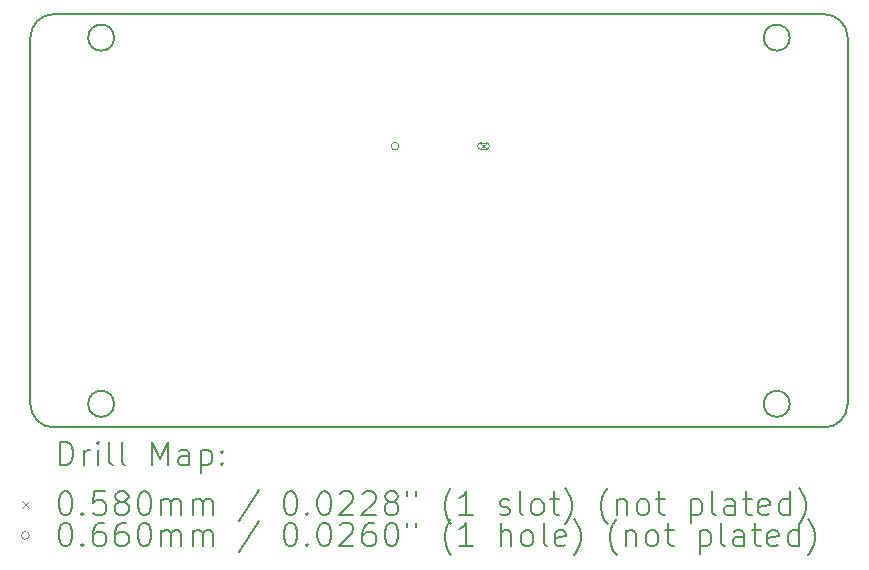
<source format=gbr>
%TF.GenerationSoftware,KiCad,Pcbnew,7.0.11*%
%TF.CreationDate,2025-01-20T01:44:00+09:00*%
%TF.ProjectId,Relay,52656c61-792e-46b6-9963-61645f706362,rev?*%
%TF.SameCoordinates,Original*%
%TF.FileFunction,Drillmap*%
%TF.FilePolarity,Positive*%
%FSLAX45Y45*%
G04 Gerber Fmt 4.5, Leading zero omitted, Abs format (unit mm)*
G04 Created by KiCad (PCBNEW 7.0.11) date 2025-01-20 01:44:00*
%MOMM*%
%LPD*%
G01*
G04 APERTURE LIST*
%ADD10C,0.200000*%
%ADD11C,0.100000*%
G04 APERTURE END LIST*
D10*
X11776701Y-7337700D02*
X11776701Y-10437700D01*
X18696499Y-10437700D02*
X18696499Y-7337700D01*
X11776700Y-10437700D02*
G75*
G03*
X11976701Y-10637700I200000J0D01*
G01*
X18496499Y-7137700D02*
X11976701Y-7137700D01*
X12486701Y-10437700D02*
G75*
G03*
X12266701Y-10437700I-110000J0D01*
G01*
X12266701Y-10437700D02*
G75*
G03*
X12486701Y-10437700I110000J0D01*
G01*
X18496499Y-10637699D02*
G75*
G03*
X18696499Y-10437700I1J199999D01*
G01*
X18206499Y-7337700D02*
G75*
G03*
X17986499Y-7337700I-110000J0D01*
G01*
X17986499Y-7337700D02*
G75*
G03*
X18206499Y-7337700I110000J0D01*
G01*
X12486701Y-7337700D02*
G75*
G03*
X12266701Y-7337700I-110000J0D01*
G01*
X12266701Y-7337700D02*
G75*
G03*
X12486701Y-7337700I110000J0D01*
G01*
X18206499Y-10437700D02*
G75*
G03*
X17986499Y-10437700I-110000J0D01*
G01*
X17986499Y-10437700D02*
G75*
G03*
X18206499Y-10437700I110000J0D01*
G01*
X11976701Y-10637700D02*
X18496499Y-10637700D01*
X18696500Y-7337700D02*
G75*
G03*
X18496499Y-7137700I-200000J0D01*
G01*
X11976701Y-7137701D02*
G75*
G03*
X11776701Y-7337700I-1J-199999D01*
G01*
D11*
X15586000Y-8226000D02*
X15644000Y-8284000D01*
X15644000Y-8226000D02*
X15586000Y-8284000D01*
X15594000Y-8284000D02*
X15636000Y-8284000D01*
X15636000Y-8284000D02*
G75*
G03*
X15636000Y-8226000I0J29000D01*
G01*
X15636000Y-8226000D02*
X15594000Y-8226000D01*
X15594000Y-8226000D02*
G75*
G03*
X15594000Y-8284000I0J-29000D01*
G01*
X14898000Y-8255000D02*
G75*
G03*
X14832000Y-8255000I-33000J0D01*
G01*
X14832000Y-8255000D02*
G75*
G03*
X14898000Y-8255000I33000J0D01*
G01*
D10*
X12027478Y-10959184D02*
X12027478Y-10759184D01*
X12027478Y-10759184D02*
X12075097Y-10759184D01*
X12075097Y-10759184D02*
X12103668Y-10768708D01*
X12103668Y-10768708D02*
X12122716Y-10787755D01*
X12122716Y-10787755D02*
X12132240Y-10806803D01*
X12132240Y-10806803D02*
X12141763Y-10844898D01*
X12141763Y-10844898D02*
X12141763Y-10873470D01*
X12141763Y-10873470D02*
X12132240Y-10911565D01*
X12132240Y-10911565D02*
X12122716Y-10930612D01*
X12122716Y-10930612D02*
X12103668Y-10949660D01*
X12103668Y-10949660D02*
X12075097Y-10959184D01*
X12075097Y-10959184D02*
X12027478Y-10959184D01*
X12227478Y-10959184D02*
X12227478Y-10825850D01*
X12227478Y-10863946D02*
X12237002Y-10844898D01*
X12237002Y-10844898D02*
X12246525Y-10835374D01*
X12246525Y-10835374D02*
X12265573Y-10825850D01*
X12265573Y-10825850D02*
X12284621Y-10825850D01*
X12351287Y-10959184D02*
X12351287Y-10825850D01*
X12351287Y-10759184D02*
X12341763Y-10768708D01*
X12341763Y-10768708D02*
X12351287Y-10778231D01*
X12351287Y-10778231D02*
X12360811Y-10768708D01*
X12360811Y-10768708D02*
X12351287Y-10759184D01*
X12351287Y-10759184D02*
X12351287Y-10778231D01*
X12475097Y-10959184D02*
X12456049Y-10949660D01*
X12456049Y-10949660D02*
X12446525Y-10930612D01*
X12446525Y-10930612D02*
X12446525Y-10759184D01*
X12579859Y-10959184D02*
X12560811Y-10949660D01*
X12560811Y-10949660D02*
X12551287Y-10930612D01*
X12551287Y-10930612D02*
X12551287Y-10759184D01*
X12808430Y-10959184D02*
X12808430Y-10759184D01*
X12808430Y-10759184D02*
X12875097Y-10902041D01*
X12875097Y-10902041D02*
X12941763Y-10759184D01*
X12941763Y-10759184D02*
X12941763Y-10959184D01*
X13122716Y-10959184D02*
X13122716Y-10854422D01*
X13122716Y-10854422D02*
X13113192Y-10835374D01*
X13113192Y-10835374D02*
X13094144Y-10825850D01*
X13094144Y-10825850D02*
X13056049Y-10825850D01*
X13056049Y-10825850D02*
X13037002Y-10835374D01*
X13122716Y-10949660D02*
X13103668Y-10959184D01*
X13103668Y-10959184D02*
X13056049Y-10959184D01*
X13056049Y-10959184D02*
X13037002Y-10949660D01*
X13037002Y-10949660D02*
X13027478Y-10930612D01*
X13027478Y-10930612D02*
X13027478Y-10911565D01*
X13027478Y-10911565D02*
X13037002Y-10892517D01*
X13037002Y-10892517D02*
X13056049Y-10882993D01*
X13056049Y-10882993D02*
X13103668Y-10882993D01*
X13103668Y-10882993D02*
X13122716Y-10873470D01*
X13217954Y-10825850D02*
X13217954Y-11025850D01*
X13217954Y-10835374D02*
X13237002Y-10825850D01*
X13237002Y-10825850D02*
X13275097Y-10825850D01*
X13275097Y-10825850D02*
X13294144Y-10835374D01*
X13294144Y-10835374D02*
X13303668Y-10844898D01*
X13303668Y-10844898D02*
X13313192Y-10863946D01*
X13313192Y-10863946D02*
X13313192Y-10921089D01*
X13313192Y-10921089D02*
X13303668Y-10940136D01*
X13303668Y-10940136D02*
X13294144Y-10949660D01*
X13294144Y-10949660D02*
X13275097Y-10959184D01*
X13275097Y-10959184D02*
X13237002Y-10959184D01*
X13237002Y-10959184D02*
X13217954Y-10949660D01*
X13398906Y-10940136D02*
X13408430Y-10949660D01*
X13408430Y-10949660D02*
X13398906Y-10959184D01*
X13398906Y-10959184D02*
X13389383Y-10949660D01*
X13389383Y-10949660D02*
X13398906Y-10940136D01*
X13398906Y-10940136D02*
X13398906Y-10959184D01*
X13398906Y-10835374D02*
X13408430Y-10844898D01*
X13408430Y-10844898D02*
X13398906Y-10854422D01*
X13398906Y-10854422D02*
X13389383Y-10844898D01*
X13389383Y-10844898D02*
X13398906Y-10835374D01*
X13398906Y-10835374D02*
X13398906Y-10854422D01*
D11*
X11708701Y-11258700D02*
X11766701Y-11316700D01*
X11766701Y-11258700D02*
X11708701Y-11316700D01*
D10*
X12065573Y-11179184D02*
X12084621Y-11179184D01*
X12084621Y-11179184D02*
X12103668Y-11188708D01*
X12103668Y-11188708D02*
X12113192Y-11198231D01*
X12113192Y-11198231D02*
X12122716Y-11217279D01*
X12122716Y-11217279D02*
X12132240Y-11255374D01*
X12132240Y-11255374D02*
X12132240Y-11302993D01*
X12132240Y-11302993D02*
X12122716Y-11341088D01*
X12122716Y-11341088D02*
X12113192Y-11360136D01*
X12113192Y-11360136D02*
X12103668Y-11369660D01*
X12103668Y-11369660D02*
X12084621Y-11379184D01*
X12084621Y-11379184D02*
X12065573Y-11379184D01*
X12065573Y-11379184D02*
X12046525Y-11369660D01*
X12046525Y-11369660D02*
X12037002Y-11360136D01*
X12037002Y-11360136D02*
X12027478Y-11341088D01*
X12027478Y-11341088D02*
X12017954Y-11302993D01*
X12017954Y-11302993D02*
X12017954Y-11255374D01*
X12017954Y-11255374D02*
X12027478Y-11217279D01*
X12027478Y-11217279D02*
X12037002Y-11198231D01*
X12037002Y-11198231D02*
X12046525Y-11188708D01*
X12046525Y-11188708D02*
X12065573Y-11179184D01*
X12217954Y-11360136D02*
X12227478Y-11369660D01*
X12227478Y-11369660D02*
X12217954Y-11379184D01*
X12217954Y-11379184D02*
X12208430Y-11369660D01*
X12208430Y-11369660D02*
X12217954Y-11360136D01*
X12217954Y-11360136D02*
X12217954Y-11379184D01*
X12408430Y-11179184D02*
X12313192Y-11179184D01*
X12313192Y-11179184D02*
X12303668Y-11274422D01*
X12303668Y-11274422D02*
X12313192Y-11264898D01*
X12313192Y-11264898D02*
X12332240Y-11255374D01*
X12332240Y-11255374D02*
X12379859Y-11255374D01*
X12379859Y-11255374D02*
X12398906Y-11264898D01*
X12398906Y-11264898D02*
X12408430Y-11274422D01*
X12408430Y-11274422D02*
X12417954Y-11293469D01*
X12417954Y-11293469D02*
X12417954Y-11341088D01*
X12417954Y-11341088D02*
X12408430Y-11360136D01*
X12408430Y-11360136D02*
X12398906Y-11369660D01*
X12398906Y-11369660D02*
X12379859Y-11379184D01*
X12379859Y-11379184D02*
X12332240Y-11379184D01*
X12332240Y-11379184D02*
X12313192Y-11369660D01*
X12313192Y-11369660D02*
X12303668Y-11360136D01*
X12532240Y-11264898D02*
X12513192Y-11255374D01*
X12513192Y-11255374D02*
X12503668Y-11245850D01*
X12503668Y-11245850D02*
X12494144Y-11226803D01*
X12494144Y-11226803D02*
X12494144Y-11217279D01*
X12494144Y-11217279D02*
X12503668Y-11198231D01*
X12503668Y-11198231D02*
X12513192Y-11188708D01*
X12513192Y-11188708D02*
X12532240Y-11179184D01*
X12532240Y-11179184D02*
X12570335Y-11179184D01*
X12570335Y-11179184D02*
X12589383Y-11188708D01*
X12589383Y-11188708D02*
X12598906Y-11198231D01*
X12598906Y-11198231D02*
X12608430Y-11217279D01*
X12608430Y-11217279D02*
X12608430Y-11226803D01*
X12608430Y-11226803D02*
X12598906Y-11245850D01*
X12598906Y-11245850D02*
X12589383Y-11255374D01*
X12589383Y-11255374D02*
X12570335Y-11264898D01*
X12570335Y-11264898D02*
X12532240Y-11264898D01*
X12532240Y-11264898D02*
X12513192Y-11274422D01*
X12513192Y-11274422D02*
X12503668Y-11283946D01*
X12503668Y-11283946D02*
X12494144Y-11302993D01*
X12494144Y-11302993D02*
X12494144Y-11341088D01*
X12494144Y-11341088D02*
X12503668Y-11360136D01*
X12503668Y-11360136D02*
X12513192Y-11369660D01*
X12513192Y-11369660D02*
X12532240Y-11379184D01*
X12532240Y-11379184D02*
X12570335Y-11379184D01*
X12570335Y-11379184D02*
X12589383Y-11369660D01*
X12589383Y-11369660D02*
X12598906Y-11360136D01*
X12598906Y-11360136D02*
X12608430Y-11341088D01*
X12608430Y-11341088D02*
X12608430Y-11302993D01*
X12608430Y-11302993D02*
X12598906Y-11283946D01*
X12598906Y-11283946D02*
X12589383Y-11274422D01*
X12589383Y-11274422D02*
X12570335Y-11264898D01*
X12732240Y-11179184D02*
X12751287Y-11179184D01*
X12751287Y-11179184D02*
X12770335Y-11188708D01*
X12770335Y-11188708D02*
X12779859Y-11198231D01*
X12779859Y-11198231D02*
X12789383Y-11217279D01*
X12789383Y-11217279D02*
X12798906Y-11255374D01*
X12798906Y-11255374D02*
X12798906Y-11302993D01*
X12798906Y-11302993D02*
X12789383Y-11341088D01*
X12789383Y-11341088D02*
X12779859Y-11360136D01*
X12779859Y-11360136D02*
X12770335Y-11369660D01*
X12770335Y-11369660D02*
X12751287Y-11379184D01*
X12751287Y-11379184D02*
X12732240Y-11379184D01*
X12732240Y-11379184D02*
X12713192Y-11369660D01*
X12713192Y-11369660D02*
X12703668Y-11360136D01*
X12703668Y-11360136D02*
X12694144Y-11341088D01*
X12694144Y-11341088D02*
X12684621Y-11302993D01*
X12684621Y-11302993D02*
X12684621Y-11255374D01*
X12684621Y-11255374D02*
X12694144Y-11217279D01*
X12694144Y-11217279D02*
X12703668Y-11198231D01*
X12703668Y-11198231D02*
X12713192Y-11188708D01*
X12713192Y-11188708D02*
X12732240Y-11179184D01*
X12884621Y-11379184D02*
X12884621Y-11245850D01*
X12884621Y-11264898D02*
X12894144Y-11255374D01*
X12894144Y-11255374D02*
X12913192Y-11245850D01*
X12913192Y-11245850D02*
X12941764Y-11245850D01*
X12941764Y-11245850D02*
X12960811Y-11255374D01*
X12960811Y-11255374D02*
X12970335Y-11274422D01*
X12970335Y-11274422D02*
X12970335Y-11379184D01*
X12970335Y-11274422D02*
X12979859Y-11255374D01*
X12979859Y-11255374D02*
X12998906Y-11245850D01*
X12998906Y-11245850D02*
X13027478Y-11245850D01*
X13027478Y-11245850D02*
X13046525Y-11255374D01*
X13046525Y-11255374D02*
X13056049Y-11274422D01*
X13056049Y-11274422D02*
X13056049Y-11379184D01*
X13151287Y-11379184D02*
X13151287Y-11245850D01*
X13151287Y-11264898D02*
X13160811Y-11255374D01*
X13160811Y-11255374D02*
X13179859Y-11245850D01*
X13179859Y-11245850D02*
X13208430Y-11245850D01*
X13208430Y-11245850D02*
X13227478Y-11255374D01*
X13227478Y-11255374D02*
X13237002Y-11274422D01*
X13237002Y-11274422D02*
X13237002Y-11379184D01*
X13237002Y-11274422D02*
X13246525Y-11255374D01*
X13246525Y-11255374D02*
X13265573Y-11245850D01*
X13265573Y-11245850D02*
X13294144Y-11245850D01*
X13294144Y-11245850D02*
X13313192Y-11255374D01*
X13313192Y-11255374D02*
X13322716Y-11274422D01*
X13322716Y-11274422D02*
X13322716Y-11379184D01*
X13713192Y-11169660D02*
X13541764Y-11426803D01*
X13970335Y-11179184D02*
X13989383Y-11179184D01*
X13989383Y-11179184D02*
X14008430Y-11188708D01*
X14008430Y-11188708D02*
X14017954Y-11198231D01*
X14017954Y-11198231D02*
X14027478Y-11217279D01*
X14027478Y-11217279D02*
X14037002Y-11255374D01*
X14037002Y-11255374D02*
X14037002Y-11302993D01*
X14037002Y-11302993D02*
X14027478Y-11341088D01*
X14027478Y-11341088D02*
X14017954Y-11360136D01*
X14017954Y-11360136D02*
X14008430Y-11369660D01*
X14008430Y-11369660D02*
X13989383Y-11379184D01*
X13989383Y-11379184D02*
X13970335Y-11379184D01*
X13970335Y-11379184D02*
X13951287Y-11369660D01*
X13951287Y-11369660D02*
X13941764Y-11360136D01*
X13941764Y-11360136D02*
X13932240Y-11341088D01*
X13932240Y-11341088D02*
X13922716Y-11302993D01*
X13922716Y-11302993D02*
X13922716Y-11255374D01*
X13922716Y-11255374D02*
X13932240Y-11217279D01*
X13932240Y-11217279D02*
X13941764Y-11198231D01*
X13941764Y-11198231D02*
X13951287Y-11188708D01*
X13951287Y-11188708D02*
X13970335Y-11179184D01*
X14122716Y-11360136D02*
X14132240Y-11369660D01*
X14132240Y-11369660D02*
X14122716Y-11379184D01*
X14122716Y-11379184D02*
X14113192Y-11369660D01*
X14113192Y-11369660D02*
X14122716Y-11360136D01*
X14122716Y-11360136D02*
X14122716Y-11379184D01*
X14256049Y-11179184D02*
X14275097Y-11179184D01*
X14275097Y-11179184D02*
X14294145Y-11188708D01*
X14294145Y-11188708D02*
X14303668Y-11198231D01*
X14303668Y-11198231D02*
X14313192Y-11217279D01*
X14313192Y-11217279D02*
X14322716Y-11255374D01*
X14322716Y-11255374D02*
X14322716Y-11302993D01*
X14322716Y-11302993D02*
X14313192Y-11341088D01*
X14313192Y-11341088D02*
X14303668Y-11360136D01*
X14303668Y-11360136D02*
X14294145Y-11369660D01*
X14294145Y-11369660D02*
X14275097Y-11379184D01*
X14275097Y-11379184D02*
X14256049Y-11379184D01*
X14256049Y-11379184D02*
X14237002Y-11369660D01*
X14237002Y-11369660D02*
X14227478Y-11360136D01*
X14227478Y-11360136D02*
X14217954Y-11341088D01*
X14217954Y-11341088D02*
X14208430Y-11302993D01*
X14208430Y-11302993D02*
X14208430Y-11255374D01*
X14208430Y-11255374D02*
X14217954Y-11217279D01*
X14217954Y-11217279D02*
X14227478Y-11198231D01*
X14227478Y-11198231D02*
X14237002Y-11188708D01*
X14237002Y-11188708D02*
X14256049Y-11179184D01*
X14398907Y-11198231D02*
X14408430Y-11188708D01*
X14408430Y-11188708D02*
X14427478Y-11179184D01*
X14427478Y-11179184D02*
X14475097Y-11179184D01*
X14475097Y-11179184D02*
X14494145Y-11188708D01*
X14494145Y-11188708D02*
X14503668Y-11198231D01*
X14503668Y-11198231D02*
X14513192Y-11217279D01*
X14513192Y-11217279D02*
X14513192Y-11236327D01*
X14513192Y-11236327D02*
X14503668Y-11264898D01*
X14503668Y-11264898D02*
X14389383Y-11379184D01*
X14389383Y-11379184D02*
X14513192Y-11379184D01*
X14589383Y-11198231D02*
X14598907Y-11188708D01*
X14598907Y-11188708D02*
X14617954Y-11179184D01*
X14617954Y-11179184D02*
X14665573Y-11179184D01*
X14665573Y-11179184D02*
X14684621Y-11188708D01*
X14684621Y-11188708D02*
X14694145Y-11198231D01*
X14694145Y-11198231D02*
X14703668Y-11217279D01*
X14703668Y-11217279D02*
X14703668Y-11236327D01*
X14703668Y-11236327D02*
X14694145Y-11264898D01*
X14694145Y-11264898D02*
X14579859Y-11379184D01*
X14579859Y-11379184D02*
X14703668Y-11379184D01*
X14817954Y-11264898D02*
X14798907Y-11255374D01*
X14798907Y-11255374D02*
X14789383Y-11245850D01*
X14789383Y-11245850D02*
X14779859Y-11226803D01*
X14779859Y-11226803D02*
X14779859Y-11217279D01*
X14779859Y-11217279D02*
X14789383Y-11198231D01*
X14789383Y-11198231D02*
X14798907Y-11188708D01*
X14798907Y-11188708D02*
X14817954Y-11179184D01*
X14817954Y-11179184D02*
X14856049Y-11179184D01*
X14856049Y-11179184D02*
X14875097Y-11188708D01*
X14875097Y-11188708D02*
X14884621Y-11198231D01*
X14884621Y-11198231D02*
X14894145Y-11217279D01*
X14894145Y-11217279D02*
X14894145Y-11226803D01*
X14894145Y-11226803D02*
X14884621Y-11245850D01*
X14884621Y-11245850D02*
X14875097Y-11255374D01*
X14875097Y-11255374D02*
X14856049Y-11264898D01*
X14856049Y-11264898D02*
X14817954Y-11264898D01*
X14817954Y-11264898D02*
X14798907Y-11274422D01*
X14798907Y-11274422D02*
X14789383Y-11283946D01*
X14789383Y-11283946D02*
X14779859Y-11302993D01*
X14779859Y-11302993D02*
X14779859Y-11341088D01*
X14779859Y-11341088D02*
X14789383Y-11360136D01*
X14789383Y-11360136D02*
X14798907Y-11369660D01*
X14798907Y-11369660D02*
X14817954Y-11379184D01*
X14817954Y-11379184D02*
X14856049Y-11379184D01*
X14856049Y-11379184D02*
X14875097Y-11369660D01*
X14875097Y-11369660D02*
X14884621Y-11360136D01*
X14884621Y-11360136D02*
X14894145Y-11341088D01*
X14894145Y-11341088D02*
X14894145Y-11302993D01*
X14894145Y-11302993D02*
X14884621Y-11283946D01*
X14884621Y-11283946D02*
X14875097Y-11274422D01*
X14875097Y-11274422D02*
X14856049Y-11264898D01*
X14970335Y-11179184D02*
X14970335Y-11217279D01*
X15046526Y-11179184D02*
X15046526Y-11217279D01*
X15341764Y-11455374D02*
X15332240Y-11445850D01*
X15332240Y-11445850D02*
X15313192Y-11417279D01*
X15313192Y-11417279D02*
X15303669Y-11398231D01*
X15303669Y-11398231D02*
X15294145Y-11369660D01*
X15294145Y-11369660D02*
X15284621Y-11322041D01*
X15284621Y-11322041D02*
X15284621Y-11283946D01*
X15284621Y-11283946D02*
X15294145Y-11236327D01*
X15294145Y-11236327D02*
X15303669Y-11207755D01*
X15303669Y-11207755D02*
X15313192Y-11188708D01*
X15313192Y-11188708D02*
X15332240Y-11160136D01*
X15332240Y-11160136D02*
X15341764Y-11150612D01*
X15522716Y-11379184D02*
X15408430Y-11379184D01*
X15465573Y-11379184D02*
X15465573Y-11179184D01*
X15465573Y-11179184D02*
X15446526Y-11207755D01*
X15446526Y-11207755D02*
X15427478Y-11226803D01*
X15427478Y-11226803D02*
X15408430Y-11236327D01*
X15751288Y-11369660D02*
X15770335Y-11379184D01*
X15770335Y-11379184D02*
X15808430Y-11379184D01*
X15808430Y-11379184D02*
X15827478Y-11369660D01*
X15827478Y-11369660D02*
X15837002Y-11350612D01*
X15837002Y-11350612D02*
X15837002Y-11341088D01*
X15837002Y-11341088D02*
X15827478Y-11322041D01*
X15827478Y-11322041D02*
X15808430Y-11312517D01*
X15808430Y-11312517D02*
X15779859Y-11312517D01*
X15779859Y-11312517D02*
X15760811Y-11302993D01*
X15760811Y-11302993D02*
X15751288Y-11283946D01*
X15751288Y-11283946D02*
X15751288Y-11274422D01*
X15751288Y-11274422D02*
X15760811Y-11255374D01*
X15760811Y-11255374D02*
X15779859Y-11245850D01*
X15779859Y-11245850D02*
X15808430Y-11245850D01*
X15808430Y-11245850D02*
X15827478Y-11255374D01*
X15951288Y-11379184D02*
X15932240Y-11369660D01*
X15932240Y-11369660D02*
X15922716Y-11350612D01*
X15922716Y-11350612D02*
X15922716Y-11179184D01*
X16056050Y-11379184D02*
X16037002Y-11369660D01*
X16037002Y-11369660D02*
X16027478Y-11360136D01*
X16027478Y-11360136D02*
X16017954Y-11341088D01*
X16017954Y-11341088D02*
X16017954Y-11283946D01*
X16017954Y-11283946D02*
X16027478Y-11264898D01*
X16027478Y-11264898D02*
X16037002Y-11255374D01*
X16037002Y-11255374D02*
X16056050Y-11245850D01*
X16056050Y-11245850D02*
X16084621Y-11245850D01*
X16084621Y-11245850D02*
X16103669Y-11255374D01*
X16103669Y-11255374D02*
X16113192Y-11264898D01*
X16113192Y-11264898D02*
X16122716Y-11283946D01*
X16122716Y-11283946D02*
X16122716Y-11341088D01*
X16122716Y-11341088D02*
X16113192Y-11360136D01*
X16113192Y-11360136D02*
X16103669Y-11369660D01*
X16103669Y-11369660D02*
X16084621Y-11379184D01*
X16084621Y-11379184D02*
X16056050Y-11379184D01*
X16179859Y-11245850D02*
X16256050Y-11245850D01*
X16208431Y-11179184D02*
X16208431Y-11350612D01*
X16208431Y-11350612D02*
X16217954Y-11369660D01*
X16217954Y-11369660D02*
X16237002Y-11379184D01*
X16237002Y-11379184D02*
X16256050Y-11379184D01*
X16303669Y-11455374D02*
X16313192Y-11445850D01*
X16313192Y-11445850D02*
X16332240Y-11417279D01*
X16332240Y-11417279D02*
X16341764Y-11398231D01*
X16341764Y-11398231D02*
X16351288Y-11369660D01*
X16351288Y-11369660D02*
X16360811Y-11322041D01*
X16360811Y-11322041D02*
X16360811Y-11283946D01*
X16360811Y-11283946D02*
X16351288Y-11236327D01*
X16351288Y-11236327D02*
X16341764Y-11207755D01*
X16341764Y-11207755D02*
X16332240Y-11188708D01*
X16332240Y-11188708D02*
X16313192Y-11160136D01*
X16313192Y-11160136D02*
X16303669Y-11150612D01*
X16665573Y-11455374D02*
X16656050Y-11445850D01*
X16656050Y-11445850D02*
X16637002Y-11417279D01*
X16637002Y-11417279D02*
X16627478Y-11398231D01*
X16627478Y-11398231D02*
X16617954Y-11369660D01*
X16617954Y-11369660D02*
X16608431Y-11322041D01*
X16608431Y-11322041D02*
X16608431Y-11283946D01*
X16608431Y-11283946D02*
X16617954Y-11236327D01*
X16617954Y-11236327D02*
X16627478Y-11207755D01*
X16627478Y-11207755D02*
X16637002Y-11188708D01*
X16637002Y-11188708D02*
X16656050Y-11160136D01*
X16656050Y-11160136D02*
X16665573Y-11150612D01*
X16741764Y-11245850D02*
X16741764Y-11379184D01*
X16741764Y-11264898D02*
X16751288Y-11255374D01*
X16751288Y-11255374D02*
X16770335Y-11245850D01*
X16770335Y-11245850D02*
X16798907Y-11245850D01*
X16798907Y-11245850D02*
X16817954Y-11255374D01*
X16817954Y-11255374D02*
X16827478Y-11274422D01*
X16827478Y-11274422D02*
X16827478Y-11379184D01*
X16951288Y-11379184D02*
X16932240Y-11369660D01*
X16932240Y-11369660D02*
X16922716Y-11360136D01*
X16922716Y-11360136D02*
X16913193Y-11341088D01*
X16913193Y-11341088D02*
X16913193Y-11283946D01*
X16913193Y-11283946D02*
X16922716Y-11264898D01*
X16922716Y-11264898D02*
X16932240Y-11255374D01*
X16932240Y-11255374D02*
X16951288Y-11245850D01*
X16951288Y-11245850D02*
X16979859Y-11245850D01*
X16979859Y-11245850D02*
X16998907Y-11255374D01*
X16998907Y-11255374D02*
X17008431Y-11264898D01*
X17008431Y-11264898D02*
X17017954Y-11283946D01*
X17017954Y-11283946D02*
X17017954Y-11341088D01*
X17017954Y-11341088D02*
X17008431Y-11360136D01*
X17008431Y-11360136D02*
X16998907Y-11369660D01*
X16998907Y-11369660D02*
X16979859Y-11379184D01*
X16979859Y-11379184D02*
X16951288Y-11379184D01*
X17075097Y-11245850D02*
X17151288Y-11245850D01*
X17103669Y-11179184D02*
X17103669Y-11350612D01*
X17103669Y-11350612D02*
X17113193Y-11369660D01*
X17113193Y-11369660D02*
X17132240Y-11379184D01*
X17132240Y-11379184D02*
X17151288Y-11379184D01*
X17370335Y-11245850D02*
X17370335Y-11445850D01*
X17370335Y-11255374D02*
X17389383Y-11245850D01*
X17389383Y-11245850D02*
X17427478Y-11245850D01*
X17427478Y-11245850D02*
X17446526Y-11255374D01*
X17446526Y-11255374D02*
X17456050Y-11264898D01*
X17456050Y-11264898D02*
X17465574Y-11283946D01*
X17465574Y-11283946D02*
X17465574Y-11341088D01*
X17465574Y-11341088D02*
X17456050Y-11360136D01*
X17456050Y-11360136D02*
X17446526Y-11369660D01*
X17446526Y-11369660D02*
X17427478Y-11379184D01*
X17427478Y-11379184D02*
X17389383Y-11379184D01*
X17389383Y-11379184D02*
X17370335Y-11369660D01*
X17579859Y-11379184D02*
X17560812Y-11369660D01*
X17560812Y-11369660D02*
X17551288Y-11350612D01*
X17551288Y-11350612D02*
X17551288Y-11179184D01*
X17741764Y-11379184D02*
X17741764Y-11274422D01*
X17741764Y-11274422D02*
X17732240Y-11255374D01*
X17732240Y-11255374D02*
X17713193Y-11245850D01*
X17713193Y-11245850D02*
X17675097Y-11245850D01*
X17675097Y-11245850D02*
X17656050Y-11255374D01*
X17741764Y-11369660D02*
X17722716Y-11379184D01*
X17722716Y-11379184D02*
X17675097Y-11379184D01*
X17675097Y-11379184D02*
X17656050Y-11369660D01*
X17656050Y-11369660D02*
X17646526Y-11350612D01*
X17646526Y-11350612D02*
X17646526Y-11331565D01*
X17646526Y-11331565D02*
X17656050Y-11312517D01*
X17656050Y-11312517D02*
X17675097Y-11302993D01*
X17675097Y-11302993D02*
X17722716Y-11302993D01*
X17722716Y-11302993D02*
X17741764Y-11293469D01*
X17808431Y-11245850D02*
X17884621Y-11245850D01*
X17837002Y-11179184D02*
X17837002Y-11350612D01*
X17837002Y-11350612D02*
X17846526Y-11369660D01*
X17846526Y-11369660D02*
X17865574Y-11379184D01*
X17865574Y-11379184D02*
X17884621Y-11379184D01*
X18027478Y-11369660D02*
X18008431Y-11379184D01*
X18008431Y-11379184D02*
X17970335Y-11379184D01*
X17970335Y-11379184D02*
X17951288Y-11369660D01*
X17951288Y-11369660D02*
X17941764Y-11350612D01*
X17941764Y-11350612D02*
X17941764Y-11274422D01*
X17941764Y-11274422D02*
X17951288Y-11255374D01*
X17951288Y-11255374D02*
X17970335Y-11245850D01*
X17970335Y-11245850D02*
X18008431Y-11245850D01*
X18008431Y-11245850D02*
X18027478Y-11255374D01*
X18027478Y-11255374D02*
X18037002Y-11274422D01*
X18037002Y-11274422D02*
X18037002Y-11293469D01*
X18037002Y-11293469D02*
X17941764Y-11312517D01*
X18208431Y-11379184D02*
X18208431Y-11179184D01*
X18208431Y-11369660D02*
X18189383Y-11379184D01*
X18189383Y-11379184D02*
X18151288Y-11379184D01*
X18151288Y-11379184D02*
X18132240Y-11369660D01*
X18132240Y-11369660D02*
X18122716Y-11360136D01*
X18122716Y-11360136D02*
X18113193Y-11341088D01*
X18113193Y-11341088D02*
X18113193Y-11283946D01*
X18113193Y-11283946D02*
X18122716Y-11264898D01*
X18122716Y-11264898D02*
X18132240Y-11255374D01*
X18132240Y-11255374D02*
X18151288Y-11245850D01*
X18151288Y-11245850D02*
X18189383Y-11245850D01*
X18189383Y-11245850D02*
X18208431Y-11255374D01*
X18284621Y-11455374D02*
X18294145Y-11445850D01*
X18294145Y-11445850D02*
X18313193Y-11417279D01*
X18313193Y-11417279D02*
X18322716Y-11398231D01*
X18322716Y-11398231D02*
X18332240Y-11369660D01*
X18332240Y-11369660D02*
X18341764Y-11322041D01*
X18341764Y-11322041D02*
X18341764Y-11283946D01*
X18341764Y-11283946D02*
X18332240Y-11236327D01*
X18332240Y-11236327D02*
X18322716Y-11207755D01*
X18322716Y-11207755D02*
X18313193Y-11188708D01*
X18313193Y-11188708D02*
X18294145Y-11160136D01*
X18294145Y-11160136D02*
X18284621Y-11150612D01*
D11*
X11766701Y-11551700D02*
G75*
G03*
X11700701Y-11551700I-33000J0D01*
G01*
X11700701Y-11551700D02*
G75*
G03*
X11766701Y-11551700I33000J0D01*
G01*
D10*
X12065573Y-11443184D02*
X12084621Y-11443184D01*
X12084621Y-11443184D02*
X12103668Y-11452708D01*
X12103668Y-11452708D02*
X12113192Y-11462231D01*
X12113192Y-11462231D02*
X12122716Y-11481279D01*
X12122716Y-11481279D02*
X12132240Y-11519374D01*
X12132240Y-11519374D02*
X12132240Y-11566993D01*
X12132240Y-11566993D02*
X12122716Y-11605088D01*
X12122716Y-11605088D02*
X12113192Y-11624136D01*
X12113192Y-11624136D02*
X12103668Y-11633660D01*
X12103668Y-11633660D02*
X12084621Y-11643184D01*
X12084621Y-11643184D02*
X12065573Y-11643184D01*
X12065573Y-11643184D02*
X12046525Y-11633660D01*
X12046525Y-11633660D02*
X12037002Y-11624136D01*
X12037002Y-11624136D02*
X12027478Y-11605088D01*
X12027478Y-11605088D02*
X12017954Y-11566993D01*
X12017954Y-11566993D02*
X12017954Y-11519374D01*
X12017954Y-11519374D02*
X12027478Y-11481279D01*
X12027478Y-11481279D02*
X12037002Y-11462231D01*
X12037002Y-11462231D02*
X12046525Y-11452708D01*
X12046525Y-11452708D02*
X12065573Y-11443184D01*
X12217954Y-11624136D02*
X12227478Y-11633660D01*
X12227478Y-11633660D02*
X12217954Y-11643184D01*
X12217954Y-11643184D02*
X12208430Y-11633660D01*
X12208430Y-11633660D02*
X12217954Y-11624136D01*
X12217954Y-11624136D02*
X12217954Y-11643184D01*
X12398906Y-11443184D02*
X12360811Y-11443184D01*
X12360811Y-11443184D02*
X12341763Y-11452708D01*
X12341763Y-11452708D02*
X12332240Y-11462231D01*
X12332240Y-11462231D02*
X12313192Y-11490803D01*
X12313192Y-11490803D02*
X12303668Y-11528898D01*
X12303668Y-11528898D02*
X12303668Y-11605088D01*
X12303668Y-11605088D02*
X12313192Y-11624136D01*
X12313192Y-11624136D02*
X12322716Y-11633660D01*
X12322716Y-11633660D02*
X12341763Y-11643184D01*
X12341763Y-11643184D02*
X12379859Y-11643184D01*
X12379859Y-11643184D02*
X12398906Y-11633660D01*
X12398906Y-11633660D02*
X12408430Y-11624136D01*
X12408430Y-11624136D02*
X12417954Y-11605088D01*
X12417954Y-11605088D02*
X12417954Y-11557469D01*
X12417954Y-11557469D02*
X12408430Y-11538422D01*
X12408430Y-11538422D02*
X12398906Y-11528898D01*
X12398906Y-11528898D02*
X12379859Y-11519374D01*
X12379859Y-11519374D02*
X12341763Y-11519374D01*
X12341763Y-11519374D02*
X12322716Y-11528898D01*
X12322716Y-11528898D02*
X12313192Y-11538422D01*
X12313192Y-11538422D02*
X12303668Y-11557469D01*
X12589383Y-11443184D02*
X12551287Y-11443184D01*
X12551287Y-11443184D02*
X12532240Y-11452708D01*
X12532240Y-11452708D02*
X12522716Y-11462231D01*
X12522716Y-11462231D02*
X12503668Y-11490803D01*
X12503668Y-11490803D02*
X12494144Y-11528898D01*
X12494144Y-11528898D02*
X12494144Y-11605088D01*
X12494144Y-11605088D02*
X12503668Y-11624136D01*
X12503668Y-11624136D02*
X12513192Y-11633660D01*
X12513192Y-11633660D02*
X12532240Y-11643184D01*
X12532240Y-11643184D02*
X12570335Y-11643184D01*
X12570335Y-11643184D02*
X12589383Y-11633660D01*
X12589383Y-11633660D02*
X12598906Y-11624136D01*
X12598906Y-11624136D02*
X12608430Y-11605088D01*
X12608430Y-11605088D02*
X12608430Y-11557469D01*
X12608430Y-11557469D02*
X12598906Y-11538422D01*
X12598906Y-11538422D02*
X12589383Y-11528898D01*
X12589383Y-11528898D02*
X12570335Y-11519374D01*
X12570335Y-11519374D02*
X12532240Y-11519374D01*
X12532240Y-11519374D02*
X12513192Y-11528898D01*
X12513192Y-11528898D02*
X12503668Y-11538422D01*
X12503668Y-11538422D02*
X12494144Y-11557469D01*
X12732240Y-11443184D02*
X12751287Y-11443184D01*
X12751287Y-11443184D02*
X12770335Y-11452708D01*
X12770335Y-11452708D02*
X12779859Y-11462231D01*
X12779859Y-11462231D02*
X12789383Y-11481279D01*
X12789383Y-11481279D02*
X12798906Y-11519374D01*
X12798906Y-11519374D02*
X12798906Y-11566993D01*
X12798906Y-11566993D02*
X12789383Y-11605088D01*
X12789383Y-11605088D02*
X12779859Y-11624136D01*
X12779859Y-11624136D02*
X12770335Y-11633660D01*
X12770335Y-11633660D02*
X12751287Y-11643184D01*
X12751287Y-11643184D02*
X12732240Y-11643184D01*
X12732240Y-11643184D02*
X12713192Y-11633660D01*
X12713192Y-11633660D02*
X12703668Y-11624136D01*
X12703668Y-11624136D02*
X12694144Y-11605088D01*
X12694144Y-11605088D02*
X12684621Y-11566993D01*
X12684621Y-11566993D02*
X12684621Y-11519374D01*
X12684621Y-11519374D02*
X12694144Y-11481279D01*
X12694144Y-11481279D02*
X12703668Y-11462231D01*
X12703668Y-11462231D02*
X12713192Y-11452708D01*
X12713192Y-11452708D02*
X12732240Y-11443184D01*
X12884621Y-11643184D02*
X12884621Y-11509850D01*
X12884621Y-11528898D02*
X12894144Y-11519374D01*
X12894144Y-11519374D02*
X12913192Y-11509850D01*
X12913192Y-11509850D02*
X12941764Y-11509850D01*
X12941764Y-11509850D02*
X12960811Y-11519374D01*
X12960811Y-11519374D02*
X12970335Y-11538422D01*
X12970335Y-11538422D02*
X12970335Y-11643184D01*
X12970335Y-11538422D02*
X12979859Y-11519374D01*
X12979859Y-11519374D02*
X12998906Y-11509850D01*
X12998906Y-11509850D02*
X13027478Y-11509850D01*
X13027478Y-11509850D02*
X13046525Y-11519374D01*
X13046525Y-11519374D02*
X13056049Y-11538422D01*
X13056049Y-11538422D02*
X13056049Y-11643184D01*
X13151287Y-11643184D02*
X13151287Y-11509850D01*
X13151287Y-11528898D02*
X13160811Y-11519374D01*
X13160811Y-11519374D02*
X13179859Y-11509850D01*
X13179859Y-11509850D02*
X13208430Y-11509850D01*
X13208430Y-11509850D02*
X13227478Y-11519374D01*
X13227478Y-11519374D02*
X13237002Y-11538422D01*
X13237002Y-11538422D02*
X13237002Y-11643184D01*
X13237002Y-11538422D02*
X13246525Y-11519374D01*
X13246525Y-11519374D02*
X13265573Y-11509850D01*
X13265573Y-11509850D02*
X13294144Y-11509850D01*
X13294144Y-11509850D02*
X13313192Y-11519374D01*
X13313192Y-11519374D02*
X13322716Y-11538422D01*
X13322716Y-11538422D02*
X13322716Y-11643184D01*
X13713192Y-11433660D02*
X13541764Y-11690803D01*
X13970335Y-11443184D02*
X13989383Y-11443184D01*
X13989383Y-11443184D02*
X14008430Y-11452708D01*
X14008430Y-11452708D02*
X14017954Y-11462231D01*
X14017954Y-11462231D02*
X14027478Y-11481279D01*
X14027478Y-11481279D02*
X14037002Y-11519374D01*
X14037002Y-11519374D02*
X14037002Y-11566993D01*
X14037002Y-11566993D02*
X14027478Y-11605088D01*
X14027478Y-11605088D02*
X14017954Y-11624136D01*
X14017954Y-11624136D02*
X14008430Y-11633660D01*
X14008430Y-11633660D02*
X13989383Y-11643184D01*
X13989383Y-11643184D02*
X13970335Y-11643184D01*
X13970335Y-11643184D02*
X13951287Y-11633660D01*
X13951287Y-11633660D02*
X13941764Y-11624136D01*
X13941764Y-11624136D02*
X13932240Y-11605088D01*
X13932240Y-11605088D02*
X13922716Y-11566993D01*
X13922716Y-11566993D02*
X13922716Y-11519374D01*
X13922716Y-11519374D02*
X13932240Y-11481279D01*
X13932240Y-11481279D02*
X13941764Y-11462231D01*
X13941764Y-11462231D02*
X13951287Y-11452708D01*
X13951287Y-11452708D02*
X13970335Y-11443184D01*
X14122716Y-11624136D02*
X14132240Y-11633660D01*
X14132240Y-11633660D02*
X14122716Y-11643184D01*
X14122716Y-11643184D02*
X14113192Y-11633660D01*
X14113192Y-11633660D02*
X14122716Y-11624136D01*
X14122716Y-11624136D02*
X14122716Y-11643184D01*
X14256049Y-11443184D02*
X14275097Y-11443184D01*
X14275097Y-11443184D02*
X14294145Y-11452708D01*
X14294145Y-11452708D02*
X14303668Y-11462231D01*
X14303668Y-11462231D02*
X14313192Y-11481279D01*
X14313192Y-11481279D02*
X14322716Y-11519374D01*
X14322716Y-11519374D02*
X14322716Y-11566993D01*
X14322716Y-11566993D02*
X14313192Y-11605088D01*
X14313192Y-11605088D02*
X14303668Y-11624136D01*
X14303668Y-11624136D02*
X14294145Y-11633660D01*
X14294145Y-11633660D02*
X14275097Y-11643184D01*
X14275097Y-11643184D02*
X14256049Y-11643184D01*
X14256049Y-11643184D02*
X14237002Y-11633660D01*
X14237002Y-11633660D02*
X14227478Y-11624136D01*
X14227478Y-11624136D02*
X14217954Y-11605088D01*
X14217954Y-11605088D02*
X14208430Y-11566993D01*
X14208430Y-11566993D02*
X14208430Y-11519374D01*
X14208430Y-11519374D02*
X14217954Y-11481279D01*
X14217954Y-11481279D02*
X14227478Y-11462231D01*
X14227478Y-11462231D02*
X14237002Y-11452708D01*
X14237002Y-11452708D02*
X14256049Y-11443184D01*
X14398907Y-11462231D02*
X14408430Y-11452708D01*
X14408430Y-11452708D02*
X14427478Y-11443184D01*
X14427478Y-11443184D02*
X14475097Y-11443184D01*
X14475097Y-11443184D02*
X14494145Y-11452708D01*
X14494145Y-11452708D02*
X14503668Y-11462231D01*
X14503668Y-11462231D02*
X14513192Y-11481279D01*
X14513192Y-11481279D02*
X14513192Y-11500327D01*
X14513192Y-11500327D02*
X14503668Y-11528898D01*
X14503668Y-11528898D02*
X14389383Y-11643184D01*
X14389383Y-11643184D02*
X14513192Y-11643184D01*
X14684621Y-11443184D02*
X14646526Y-11443184D01*
X14646526Y-11443184D02*
X14627478Y-11452708D01*
X14627478Y-11452708D02*
X14617954Y-11462231D01*
X14617954Y-11462231D02*
X14598907Y-11490803D01*
X14598907Y-11490803D02*
X14589383Y-11528898D01*
X14589383Y-11528898D02*
X14589383Y-11605088D01*
X14589383Y-11605088D02*
X14598907Y-11624136D01*
X14598907Y-11624136D02*
X14608430Y-11633660D01*
X14608430Y-11633660D02*
X14627478Y-11643184D01*
X14627478Y-11643184D02*
X14665573Y-11643184D01*
X14665573Y-11643184D02*
X14684621Y-11633660D01*
X14684621Y-11633660D02*
X14694145Y-11624136D01*
X14694145Y-11624136D02*
X14703668Y-11605088D01*
X14703668Y-11605088D02*
X14703668Y-11557469D01*
X14703668Y-11557469D02*
X14694145Y-11538422D01*
X14694145Y-11538422D02*
X14684621Y-11528898D01*
X14684621Y-11528898D02*
X14665573Y-11519374D01*
X14665573Y-11519374D02*
X14627478Y-11519374D01*
X14627478Y-11519374D02*
X14608430Y-11528898D01*
X14608430Y-11528898D02*
X14598907Y-11538422D01*
X14598907Y-11538422D02*
X14589383Y-11557469D01*
X14827478Y-11443184D02*
X14846526Y-11443184D01*
X14846526Y-11443184D02*
X14865573Y-11452708D01*
X14865573Y-11452708D02*
X14875097Y-11462231D01*
X14875097Y-11462231D02*
X14884621Y-11481279D01*
X14884621Y-11481279D02*
X14894145Y-11519374D01*
X14894145Y-11519374D02*
X14894145Y-11566993D01*
X14894145Y-11566993D02*
X14884621Y-11605088D01*
X14884621Y-11605088D02*
X14875097Y-11624136D01*
X14875097Y-11624136D02*
X14865573Y-11633660D01*
X14865573Y-11633660D02*
X14846526Y-11643184D01*
X14846526Y-11643184D02*
X14827478Y-11643184D01*
X14827478Y-11643184D02*
X14808430Y-11633660D01*
X14808430Y-11633660D02*
X14798907Y-11624136D01*
X14798907Y-11624136D02*
X14789383Y-11605088D01*
X14789383Y-11605088D02*
X14779859Y-11566993D01*
X14779859Y-11566993D02*
X14779859Y-11519374D01*
X14779859Y-11519374D02*
X14789383Y-11481279D01*
X14789383Y-11481279D02*
X14798907Y-11462231D01*
X14798907Y-11462231D02*
X14808430Y-11452708D01*
X14808430Y-11452708D02*
X14827478Y-11443184D01*
X14970335Y-11443184D02*
X14970335Y-11481279D01*
X15046526Y-11443184D02*
X15046526Y-11481279D01*
X15341764Y-11719374D02*
X15332240Y-11709850D01*
X15332240Y-11709850D02*
X15313192Y-11681279D01*
X15313192Y-11681279D02*
X15303669Y-11662231D01*
X15303669Y-11662231D02*
X15294145Y-11633660D01*
X15294145Y-11633660D02*
X15284621Y-11586041D01*
X15284621Y-11586041D02*
X15284621Y-11547946D01*
X15284621Y-11547946D02*
X15294145Y-11500327D01*
X15294145Y-11500327D02*
X15303669Y-11471755D01*
X15303669Y-11471755D02*
X15313192Y-11452708D01*
X15313192Y-11452708D02*
X15332240Y-11424136D01*
X15332240Y-11424136D02*
X15341764Y-11414612D01*
X15522716Y-11643184D02*
X15408430Y-11643184D01*
X15465573Y-11643184D02*
X15465573Y-11443184D01*
X15465573Y-11443184D02*
X15446526Y-11471755D01*
X15446526Y-11471755D02*
X15427478Y-11490803D01*
X15427478Y-11490803D02*
X15408430Y-11500327D01*
X15760811Y-11643184D02*
X15760811Y-11443184D01*
X15846526Y-11643184D02*
X15846526Y-11538422D01*
X15846526Y-11538422D02*
X15837002Y-11519374D01*
X15837002Y-11519374D02*
X15817954Y-11509850D01*
X15817954Y-11509850D02*
X15789383Y-11509850D01*
X15789383Y-11509850D02*
X15770335Y-11519374D01*
X15770335Y-11519374D02*
X15760811Y-11528898D01*
X15970335Y-11643184D02*
X15951288Y-11633660D01*
X15951288Y-11633660D02*
X15941764Y-11624136D01*
X15941764Y-11624136D02*
X15932240Y-11605088D01*
X15932240Y-11605088D02*
X15932240Y-11547946D01*
X15932240Y-11547946D02*
X15941764Y-11528898D01*
X15941764Y-11528898D02*
X15951288Y-11519374D01*
X15951288Y-11519374D02*
X15970335Y-11509850D01*
X15970335Y-11509850D02*
X15998907Y-11509850D01*
X15998907Y-11509850D02*
X16017954Y-11519374D01*
X16017954Y-11519374D02*
X16027478Y-11528898D01*
X16027478Y-11528898D02*
X16037002Y-11547946D01*
X16037002Y-11547946D02*
X16037002Y-11605088D01*
X16037002Y-11605088D02*
X16027478Y-11624136D01*
X16027478Y-11624136D02*
X16017954Y-11633660D01*
X16017954Y-11633660D02*
X15998907Y-11643184D01*
X15998907Y-11643184D02*
X15970335Y-11643184D01*
X16151288Y-11643184D02*
X16132240Y-11633660D01*
X16132240Y-11633660D02*
X16122716Y-11614612D01*
X16122716Y-11614612D02*
X16122716Y-11443184D01*
X16303669Y-11633660D02*
X16284621Y-11643184D01*
X16284621Y-11643184D02*
X16246526Y-11643184D01*
X16246526Y-11643184D02*
X16227478Y-11633660D01*
X16227478Y-11633660D02*
X16217954Y-11614612D01*
X16217954Y-11614612D02*
X16217954Y-11538422D01*
X16217954Y-11538422D02*
X16227478Y-11519374D01*
X16227478Y-11519374D02*
X16246526Y-11509850D01*
X16246526Y-11509850D02*
X16284621Y-11509850D01*
X16284621Y-11509850D02*
X16303669Y-11519374D01*
X16303669Y-11519374D02*
X16313192Y-11538422D01*
X16313192Y-11538422D02*
X16313192Y-11557469D01*
X16313192Y-11557469D02*
X16217954Y-11576517D01*
X16379859Y-11719374D02*
X16389383Y-11709850D01*
X16389383Y-11709850D02*
X16408431Y-11681279D01*
X16408431Y-11681279D02*
X16417954Y-11662231D01*
X16417954Y-11662231D02*
X16427478Y-11633660D01*
X16427478Y-11633660D02*
X16437002Y-11586041D01*
X16437002Y-11586041D02*
X16437002Y-11547946D01*
X16437002Y-11547946D02*
X16427478Y-11500327D01*
X16427478Y-11500327D02*
X16417954Y-11471755D01*
X16417954Y-11471755D02*
X16408431Y-11452708D01*
X16408431Y-11452708D02*
X16389383Y-11424136D01*
X16389383Y-11424136D02*
X16379859Y-11414612D01*
X16741764Y-11719374D02*
X16732240Y-11709850D01*
X16732240Y-11709850D02*
X16713192Y-11681279D01*
X16713192Y-11681279D02*
X16703669Y-11662231D01*
X16703669Y-11662231D02*
X16694145Y-11633660D01*
X16694145Y-11633660D02*
X16684621Y-11586041D01*
X16684621Y-11586041D02*
X16684621Y-11547946D01*
X16684621Y-11547946D02*
X16694145Y-11500327D01*
X16694145Y-11500327D02*
X16703669Y-11471755D01*
X16703669Y-11471755D02*
X16713192Y-11452708D01*
X16713192Y-11452708D02*
X16732240Y-11424136D01*
X16732240Y-11424136D02*
X16741764Y-11414612D01*
X16817954Y-11509850D02*
X16817954Y-11643184D01*
X16817954Y-11528898D02*
X16827478Y-11519374D01*
X16827478Y-11519374D02*
X16846526Y-11509850D01*
X16846526Y-11509850D02*
X16875097Y-11509850D01*
X16875097Y-11509850D02*
X16894145Y-11519374D01*
X16894145Y-11519374D02*
X16903669Y-11538422D01*
X16903669Y-11538422D02*
X16903669Y-11643184D01*
X17027478Y-11643184D02*
X17008431Y-11633660D01*
X17008431Y-11633660D02*
X16998907Y-11624136D01*
X16998907Y-11624136D02*
X16989383Y-11605088D01*
X16989383Y-11605088D02*
X16989383Y-11547946D01*
X16989383Y-11547946D02*
X16998907Y-11528898D01*
X16998907Y-11528898D02*
X17008431Y-11519374D01*
X17008431Y-11519374D02*
X17027478Y-11509850D01*
X17027478Y-11509850D02*
X17056050Y-11509850D01*
X17056050Y-11509850D02*
X17075097Y-11519374D01*
X17075097Y-11519374D02*
X17084621Y-11528898D01*
X17084621Y-11528898D02*
X17094145Y-11547946D01*
X17094145Y-11547946D02*
X17094145Y-11605088D01*
X17094145Y-11605088D02*
X17084621Y-11624136D01*
X17084621Y-11624136D02*
X17075097Y-11633660D01*
X17075097Y-11633660D02*
X17056050Y-11643184D01*
X17056050Y-11643184D02*
X17027478Y-11643184D01*
X17151288Y-11509850D02*
X17227478Y-11509850D01*
X17179859Y-11443184D02*
X17179859Y-11614612D01*
X17179859Y-11614612D02*
X17189383Y-11633660D01*
X17189383Y-11633660D02*
X17208431Y-11643184D01*
X17208431Y-11643184D02*
X17227478Y-11643184D01*
X17446526Y-11509850D02*
X17446526Y-11709850D01*
X17446526Y-11519374D02*
X17465574Y-11509850D01*
X17465574Y-11509850D02*
X17503669Y-11509850D01*
X17503669Y-11509850D02*
X17522716Y-11519374D01*
X17522716Y-11519374D02*
X17532240Y-11528898D01*
X17532240Y-11528898D02*
X17541764Y-11547946D01*
X17541764Y-11547946D02*
X17541764Y-11605088D01*
X17541764Y-11605088D02*
X17532240Y-11624136D01*
X17532240Y-11624136D02*
X17522716Y-11633660D01*
X17522716Y-11633660D02*
X17503669Y-11643184D01*
X17503669Y-11643184D02*
X17465574Y-11643184D01*
X17465574Y-11643184D02*
X17446526Y-11633660D01*
X17656050Y-11643184D02*
X17637002Y-11633660D01*
X17637002Y-11633660D02*
X17627478Y-11614612D01*
X17627478Y-11614612D02*
X17627478Y-11443184D01*
X17817955Y-11643184D02*
X17817955Y-11538422D01*
X17817955Y-11538422D02*
X17808431Y-11519374D01*
X17808431Y-11519374D02*
X17789383Y-11509850D01*
X17789383Y-11509850D02*
X17751288Y-11509850D01*
X17751288Y-11509850D02*
X17732240Y-11519374D01*
X17817955Y-11633660D02*
X17798907Y-11643184D01*
X17798907Y-11643184D02*
X17751288Y-11643184D01*
X17751288Y-11643184D02*
X17732240Y-11633660D01*
X17732240Y-11633660D02*
X17722716Y-11614612D01*
X17722716Y-11614612D02*
X17722716Y-11595565D01*
X17722716Y-11595565D02*
X17732240Y-11576517D01*
X17732240Y-11576517D02*
X17751288Y-11566993D01*
X17751288Y-11566993D02*
X17798907Y-11566993D01*
X17798907Y-11566993D02*
X17817955Y-11557469D01*
X17884621Y-11509850D02*
X17960812Y-11509850D01*
X17913193Y-11443184D02*
X17913193Y-11614612D01*
X17913193Y-11614612D02*
X17922716Y-11633660D01*
X17922716Y-11633660D02*
X17941764Y-11643184D01*
X17941764Y-11643184D02*
X17960812Y-11643184D01*
X18103669Y-11633660D02*
X18084621Y-11643184D01*
X18084621Y-11643184D02*
X18046526Y-11643184D01*
X18046526Y-11643184D02*
X18027478Y-11633660D01*
X18027478Y-11633660D02*
X18017955Y-11614612D01*
X18017955Y-11614612D02*
X18017955Y-11538422D01*
X18017955Y-11538422D02*
X18027478Y-11519374D01*
X18027478Y-11519374D02*
X18046526Y-11509850D01*
X18046526Y-11509850D02*
X18084621Y-11509850D01*
X18084621Y-11509850D02*
X18103669Y-11519374D01*
X18103669Y-11519374D02*
X18113193Y-11538422D01*
X18113193Y-11538422D02*
X18113193Y-11557469D01*
X18113193Y-11557469D02*
X18017955Y-11576517D01*
X18284621Y-11643184D02*
X18284621Y-11443184D01*
X18284621Y-11633660D02*
X18265574Y-11643184D01*
X18265574Y-11643184D02*
X18227478Y-11643184D01*
X18227478Y-11643184D02*
X18208431Y-11633660D01*
X18208431Y-11633660D02*
X18198907Y-11624136D01*
X18198907Y-11624136D02*
X18189383Y-11605088D01*
X18189383Y-11605088D02*
X18189383Y-11547946D01*
X18189383Y-11547946D02*
X18198907Y-11528898D01*
X18198907Y-11528898D02*
X18208431Y-11519374D01*
X18208431Y-11519374D02*
X18227478Y-11509850D01*
X18227478Y-11509850D02*
X18265574Y-11509850D01*
X18265574Y-11509850D02*
X18284621Y-11519374D01*
X18360812Y-11719374D02*
X18370336Y-11709850D01*
X18370336Y-11709850D02*
X18389383Y-11681279D01*
X18389383Y-11681279D02*
X18398907Y-11662231D01*
X18398907Y-11662231D02*
X18408431Y-11633660D01*
X18408431Y-11633660D02*
X18417955Y-11586041D01*
X18417955Y-11586041D02*
X18417955Y-11547946D01*
X18417955Y-11547946D02*
X18408431Y-11500327D01*
X18408431Y-11500327D02*
X18398907Y-11471755D01*
X18398907Y-11471755D02*
X18389383Y-11452708D01*
X18389383Y-11452708D02*
X18370336Y-11424136D01*
X18370336Y-11424136D02*
X18360812Y-11414612D01*
M02*

</source>
